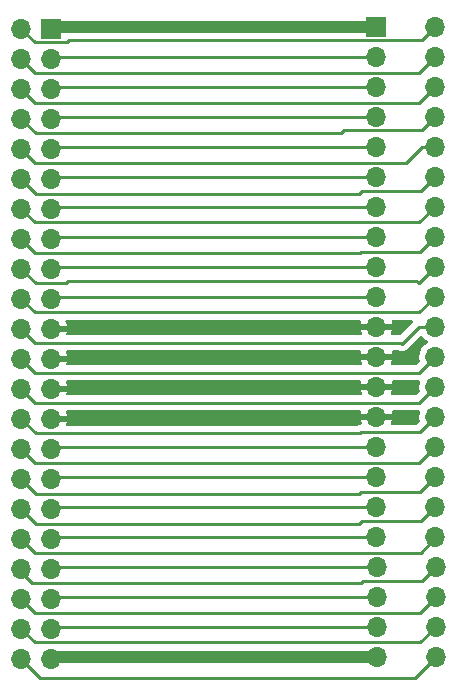
<source format=gbr>
%TF.GenerationSoftware,KiCad,Pcbnew,(6.0.6)*%
%TF.CreationDate,2022-10-16T15:28:40-05:00*%
%TF.ProjectId,IO_Riser,494f5f52-6973-4657-922e-6b696361645f,rev?*%
%TF.SameCoordinates,Original*%
%TF.FileFunction,Copper,L1,Top*%
%TF.FilePolarity,Positive*%
%FSLAX46Y46*%
G04 Gerber Fmt 4.6, Leading zero omitted, Abs format (unit mm)*
G04 Created by KiCad (PCBNEW (6.0.6)) date 2022-10-16 15:28:40*
%MOMM*%
%LPD*%
G01*
G04 APERTURE LIST*
%TA.AperFunction,ComponentPad*%
%ADD10O,1.700000X1.700000*%
%TD*%
%TA.AperFunction,ComponentPad*%
%ADD11R,1.700000X1.700000*%
%TD*%
%TA.AperFunction,Conductor*%
%ADD12C,0.250000*%
%TD*%
%TA.AperFunction,Conductor*%
%ADD13C,1.000000*%
%TD*%
G04 APERTURE END LIST*
D10*
%TO.P,J2,44,Pin_44*%
%TO.N,IO_SNDIN*%
X156905000Y-111795000D03*
%TO.P,J2,43,Pin_43*%
%TO.N,-5V*%
X151905000Y-111795000D03*
%TO.P,J2,42,Pin_42*%
%TO.N,D3*%
X156905000Y-109255000D03*
%TO.P,J2,41,Pin_41*%
%TO.N,HOLD{slash}IAQ*%
X151905000Y-109255000D03*
%TO.P,J2,40,Pin_40*%
%TO.N,D1*%
X156905000Y-106715000D03*
%TO.P,J2,39,Pin_39*%
%TO.N,D2*%
X151905000Y-106715000D03*
%TO.P,J2,38,Pin_38*%
%TO.N,D5*%
X156905000Y-104175000D03*
%TO.P,J2,37,Pin_37*%
%TO.N,D0*%
X151905000Y-104175000D03*
%TO.P,J2,36,Pin_36*%
%TO.N,D6*%
X156825000Y-101635000D03*
%TO.P,J2,35,Pin_35*%
%TO.N,D4*%
X151825000Y-101635000D03*
%TO.P,J2,34,Pin_34*%
%TO.N,D7*%
X156825000Y-99095000D03*
%TO.P,J2,33,Pin_33*%
%TO.N,IO_CRUIN*%
X151825000Y-99095000D03*
%TO.P,J2,32,Pin_32*%
%TO.N,~{MEMEN}*%
X156825000Y-96555000D03*
%TO.P,J2,31,Pin_31*%
%TO.N,IO_A0*%
X151825000Y-96555000D03*
%TO.P,J2,30,Pin_30*%
%TO.N,IO_A1*%
X156825000Y-94015000D03*
%TO.P,J2,29,Pin_29*%
%TO.N,IO_A6*%
X151825000Y-94015000D03*
%TO.P,J2,28,Pin_28*%
%TO.N,~{IO_MBE}*%
X156825000Y-91475000D03*
%TO.P,J2,27,Pin_27*%
%TO.N,GND*%
X151825000Y-91475000D03*
%TO.P,J2,26,Pin_26*%
%TO.N,~{IO_WE}*%
X156825000Y-88935000D03*
%TO.P,J2,25,Pin_25*%
%TO.N,GND*%
X151825000Y-88935000D03*
%TO.P,J2,24,Pin_24*%
%TO.N,IO_\u00D83*%
X156825000Y-86395000D03*
%TO.P,J2,23,Pin_23*%
%TO.N,GND*%
X151825000Y-86395000D03*
%TO.P,J2,22,Pin_22*%
%TO.N,~{IO_CRUCLK}*%
X156825000Y-83855000D03*
%TO.P,J2,21,Pin_21*%
%TO.N,GND*%
X151825000Y-83855000D03*
%TO.P,J2,20,Pin_20*%
%TO.N,IO_A2*%
X156825000Y-81315000D03*
%TO.P,J2,19,Pin_19*%
%TO.N,IO_A15-CRUOUT*%
X151825000Y-81315000D03*
%TO.P,J2,18,Pin_18*%
%TO.N,IO_A9*%
X156825000Y-78775000D03*
%TO.P,J2,17,Pin_17*%
%TO.N,IO_A7*%
X151825000Y-78775000D03*
%TO.P,J2,16,Pin_16*%
%TO.N,IO_A14*%
X156825000Y-76235000D03*
%TO.P,J2,15,Pin_15*%
%TO.N,IO_A13*%
X151825000Y-76235000D03*
%TO.P,J2,14,Pin_14*%
%TO.N,IO_A8*%
X156825000Y-73695000D03*
%TO.P,J2,13,Pin_13*%
%TO.N,~{IO_LOAD}*%
X151825000Y-73695000D03*
%TO.P,J2,12,Pin_12*%
%TO.N,READY_~{HOLD}*%
X156825000Y-71155000D03*
%TO.P,J2,11,Pin_11*%
%TO.N,IO_A12*%
X151825000Y-71155000D03*
%TO.P,J2,10,Pin_10*%
%TO.N,IO_A3*%
X156825000Y-68615000D03*
%TO.P,J2,9,Pin_9*%
%TO.N,IO_DBIN*%
X151825000Y-68615000D03*
%TO.P,J2,8,Pin_8*%
%TO.N,IO_A11*%
X156825000Y-66075000D03*
%TO.P,J2,7,Pin_7*%
%TO.N,IO_A4*%
X151825000Y-66075000D03*
%TO.P,J2,6,Pin_6*%
%TO.N,IO_A10*%
X156825000Y-63535000D03*
%TO.P,J2,5,Pin_5*%
%TO.N,IO_A5*%
X151825000Y-63535000D03*
%TO.P,J2,4,Pin_4*%
%TO.N,~{IO_EXT_INT}*%
X156825000Y-60995000D03*
%TO.P,J2,3,Pin_3*%
%TO.N,~{IO_RESET}*%
X151825000Y-60995000D03*
%TO.P,J2,2,Pin_2*%
%TO.N,SBE*%
X156825000Y-58455000D03*
D11*
%TO.P,J2,1,Pin_1*%
%TO.N,+5V*%
X151825000Y-58455000D03*
%TD*%
%TO.P,J1,1,Pin_1*%
%TO.N,+5V*%
X124275000Y-58625000D03*
D10*
%TO.P,J1,2,Pin_2*%
%TO.N,SBE*%
X121735000Y-58625000D03*
%TO.P,J1,3,Pin_3*%
%TO.N,~{IO_RESET}*%
X124275000Y-61165000D03*
%TO.P,J1,4,Pin_4*%
%TO.N,~{IO_EXT_INT}*%
X121735000Y-61165000D03*
%TO.P,J1,5,Pin_5*%
%TO.N,IO_A5*%
X124275000Y-63705000D03*
%TO.P,J1,6,Pin_6*%
%TO.N,IO_A10*%
X121735000Y-63705000D03*
%TO.P,J1,7,Pin_7*%
%TO.N,IO_A4*%
X124275000Y-66245000D03*
%TO.P,J1,8,Pin_8*%
%TO.N,IO_A11*%
X121735000Y-66245000D03*
%TO.P,J1,9,Pin_9*%
%TO.N,IO_DBIN*%
X124275000Y-68785000D03*
%TO.P,J1,10,Pin_10*%
%TO.N,IO_A3*%
X121735000Y-68785000D03*
%TO.P,J1,11,Pin_11*%
%TO.N,IO_A12*%
X124275000Y-71325000D03*
%TO.P,J1,12,Pin_12*%
%TO.N,READY_~{HOLD}*%
X121735000Y-71325000D03*
%TO.P,J1,13,Pin_13*%
%TO.N,~{IO_LOAD}*%
X124275000Y-73865000D03*
%TO.P,J1,14,Pin_14*%
%TO.N,IO_A8*%
X121735000Y-73865000D03*
%TO.P,J1,15,Pin_15*%
%TO.N,IO_A13*%
X124275000Y-76405000D03*
%TO.P,J1,16,Pin_16*%
%TO.N,IO_A14*%
X121735000Y-76405000D03*
%TO.P,J1,17,Pin_17*%
%TO.N,IO_A7*%
X124275000Y-78945000D03*
%TO.P,J1,18,Pin_18*%
%TO.N,IO_A9*%
X121735000Y-78945000D03*
%TO.P,J1,19,Pin_19*%
%TO.N,IO_A15-CRUOUT*%
X124275000Y-81485000D03*
%TO.P,J1,20,Pin_20*%
%TO.N,IO_A2*%
X121735000Y-81485000D03*
%TO.P,J1,21,Pin_21*%
%TO.N,GND*%
X124275000Y-84025000D03*
%TO.P,J1,22,Pin_22*%
%TO.N,~{IO_CRUCLK}*%
X121735000Y-84025000D03*
%TO.P,J1,23,Pin_23*%
%TO.N,GND*%
X124275000Y-86565000D03*
%TO.P,J1,24,Pin_24*%
%TO.N,IO_\u00D83*%
X121735000Y-86565000D03*
%TO.P,J1,25,Pin_25*%
%TO.N,GND*%
X124275000Y-89105000D03*
%TO.P,J1,26,Pin_26*%
%TO.N,~{IO_WE}*%
X121735000Y-89105000D03*
%TO.P,J1,27,Pin_27*%
%TO.N,GND*%
X124275000Y-91645000D03*
%TO.P,J1,28,Pin_28*%
%TO.N,~{IO_MBE}*%
X121735000Y-91645000D03*
%TO.P,J1,29,Pin_29*%
%TO.N,IO_A6*%
X124275000Y-94185000D03*
%TO.P,J1,30,Pin_30*%
%TO.N,IO_A1*%
X121735000Y-94185000D03*
%TO.P,J1,31,Pin_31*%
%TO.N,IO_A0*%
X124275000Y-96725000D03*
%TO.P,J1,32,Pin_32*%
%TO.N,~{MEMEN}*%
X121735000Y-96725000D03*
%TO.P,J1,33,Pin_33*%
%TO.N,IO_CRUIN*%
X124275000Y-99265000D03*
%TO.P,J1,34,Pin_34*%
%TO.N,D7*%
X121735000Y-99265000D03*
%TO.P,J1,35,Pin_35*%
%TO.N,D4*%
X124275000Y-101805000D03*
%TO.P,J1,36,Pin_36*%
%TO.N,D6*%
X121735000Y-101805000D03*
%TO.P,J1,37,Pin_37*%
%TO.N,D0*%
X124275000Y-104345000D03*
%TO.P,J1,38,Pin_38*%
%TO.N,D5*%
X121735000Y-104345000D03*
%TO.P,J1,39,Pin_39*%
%TO.N,D2*%
X124275000Y-106885000D03*
%TO.P,J1,40,Pin_40*%
%TO.N,D1*%
X121735000Y-106885000D03*
%TO.P,J1,41,Pin_41*%
%TO.N,HOLD{slash}IAQ*%
X124275000Y-109425000D03*
%TO.P,J1,42,Pin_42*%
%TO.N,D3*%
X121735000Y-109425000D03*
%TO.P,J1,43,Pin_43*%
%TO.N,-5V*%
X124275000Y-111965000D03*
%TO.P,J1,44,Pin_44*%
%TO.N,IO_SNDIN*%
X121735000Y-111965000D03*
%TD*%
D12*
%TO.N,IO_SNDIN*%
X123371443Y-113601443D02*
X121735000Y-111965000D01*
X155098557Y-113601443D02*
X123371443Y-113601443D01*
X156905000Y-111795000D02*
X155098557Y-113601443D01*
%TO.N,D3*%
X155560000Y-110600000D02*
X156905000Y-109255000D01*
X122910000Y-110600000D02*
X155560000Y-110600000D01*
X121735000Y-109425000D02*
X122910000Y-110600000D01*
%TO.N,D1*%
X122930000Y-108080000D02*
X121735000Y-106885000D01*
X156905000Y-106715000D02*
X155540000Y-108080000D01*
X155540000Y-108080000D02*
X122930000Y-108080000D01*
%TO.N,D5*%
X150688556Y-105400000D02*
X155680000Y-105400000D01*
X150488556Y-105600000D02*
X150688556Y-105400000D01*
X155680000Y-105400000D02*
X156905000Y-104175000D01*
X122700000Y-105600000D02*
X150488556Y-105600000D01*
X121735000Y-104635000D02*
X122700000Y-105600000D01*
X121735000Y-104345000D02*
X121735000Y-104635000D01*
%TO.N,D6*%
X122930000Y-103000000D02*
X121735000Y-101805000D01*
X156825000Y-101775000D02*
X155600000Y-103000000D01*
X155600000Y-103000000D02*
X122930000Y-103000000D01*
X156825000Y-101635000D02*
X156825000Y-101775000D01*
%TO.N,D7*%
X155620000Y-100300000D02*
X156825000Y-99095000D01*
X150628556Y-100300000D02*
X155620000Y-100300000D01*
X150389278Y-100539278D02*
X150628556Y-100300000D01*
X121735000Y-99265000D02*
X123009278Y-100539278D01*
X123009278Y-100539278D02*
X150389278Y-100539278D01*
%TO.N,~{MEMEN}*%
X155500001Y-97879999D02*
X156825000Y-96555000D01*
X150389278Y-97999278D02*
X150508557Y-97879999D01*
X123009278Y-97999278D02*
X150389278Y-97999278D01*
X150508557Y-97879999D02*
X155500001Y-97879999D01*
X121735000Y-96725000D02*
X123009278Y-97999278D01*
%TO.N,IO_A1*%
X122930000Y-95380000D02*
X121735000Y-94185000D01*
X155460000Y-95380000D02*
X122930000Y-95380000D01*
X156825000Y-94015000D02*
X155460000Y-95380000D01*
%TO.N,~{IO_MBE}*%
X150508556Y-92800000D02*
X155500000Y-92800000D01*
X155500000Y-92800000D02*
X156825000Y-91475000D01*
X150408556Y-92900000D02*
X150508556Y-92800000D01*
X122990000Y-92900000D02*
X150408556Y-92900000D01*
X121735000Y-91645000D02*
X122990000Y-92900000D01*
%TO.N,~{IO_WE}*%
X122930000Y-90300000D02*
X121735000Y-89105000D01*
X155460000Y-90300000D02*
X122930000Y-90300000D01*
X156825000Y-88935000D02*
X155460000Y-90300000D01*
%TO.N,IO_\u00D83*%
X122930000Y-87760000D02*
X155460000Y-87760000D01*
X121735000Y-86565000D02*
X122930000Y-87760000D01*
X155460000Y-87760000D02*
X156825000Y-86395000D01*
%TO.N,~{IO_CRUCLK}*%
X122930000Y-85220000D02*
X121735000Y-84025000D01*
X153920000Y-85220000D02*
X122930000Y-85220000D01*
X154000000Y-85300000D02*
X153920000Y-85220000D01*
X155445000Y-83855000D02*
X154000000Y-85300000D01*
X156825000Y-83855000D02*
X155445000Y-83855000D01*
%TO.N,IO_A9*%
X125551444Y-80200000D02*
X122990000Y-80200000D01*
X122990000Y-80200000D02*
X121735000Y-78945000D01*
X155204278Y-80004278D02*
X125747166Y-80004278D01*
X125747166Y-80004278D02*
X125551444Y-80200000D01*
X155400000Y-80200000D02*
X155204278Y-80004278D01*
X156825000Y-78775000D02*
X155400000Y-80200000D01*
%TO.N,IO_A2*%
X122910000Y-82660000D02*
X155480000Y-82660000D01*
X155480000Y-82660000D02*
X156825000Y-81315000D01*
X121735000Y-81485000D02*
X122910000Y-82660000D01*
%TO.N,IO_A14*%
X122930000Y-77600000D02*
X121735000Y-76405000D01*
X150468556Y-77600000D02*
X122930000Y-77600000D01*
X150568556Y-77500000D02*
X150468556Y-77600000D01*
X155560000Y-77500000D02*
X150568556Y-77500000D01*
X156825000Y-76235000D02*
X155560000Y-77500000D01*
%TO.N,IO_A8*%
X122910000Y-75040000D02*
X121735000Y-73865000D01*
X156825000Y-73695000D02*
X155480000Y-75040000D01*
X155480000Y-75040000D02*
X122910000Y-75040000D01*
%TO.N,READY_~{HOLD}*%
X155600001Y-72379999D02*
X156825000Y-71155000D01*
X150389278Y-72599278D02*
X150608557Y-72379999D01*
X150608557Y-72379999D02*
X155600001Y-72379999D01*
X123009278Y-72599278D02*
X150389278Y-72599278D01*
X121735000Y-71325000D02*
X123009278Y-72599278D01*
%TO.N,IO_A3*%
X122930000Y-69980000D02*
X121735000Y-68785000D01*
X154320000Y-69980000D02*
X122930000Y-69980000D01*
X155685000Y-68615000D02*
X154320000Y-69980000D01*
X156825000Y-68615000D02*
X155685000Y-68615000D01*
%TO.N,IO_A11*%
X148799278Y-67500722D02*
X122990722Y-67500722D01*
X149050000Y-67250000D02*
X148799278Y-67500722D01*
X155650000Y-67250000D02*
X149050000Y-67250000D01*
X156825000Y-66075000D02*
X155650000Y-67250000D01*
X122990722Y-67500722D02*
X121735000Y-66245000D01*
%TO.N,IO_A10*%
X122930000Y-64900000D02*
X121735000Y-63705000D01*
X155460000Y-64900000D02*
X122930000Y-64900000D01*
X156825000Y-63535000D02*
X155460000Y-64900000D01*
%TO.N,~{IO_EXT_INT}*%
X122930000Y-62360000D02*
X121735000Y-61165000D01*
X155460000Y-62360000D02*
X122930000Y-62360000D01*
X156825000Y-60995000D02*
X155460000Y-62360000D01*
%TO.N,SBE*%
X122910000Y-59800000D02*
X121735000Y-58625000D01*
X125801444Y-59630000D02*
X125631444Y-59800000D01*
X155650000Y-59630000D02*
X125801444Y-59630000D01*
X125631444Y-59800000D02*
X122910000Y-59800000D01*
X156825000Y-58455000D02*
X155650000Y-59630000D01*
%TO.N,~{IO_LOAD}*%
X124445000Y-73695000D02*
X124275000Y-73865000D01*
X151825000Y-73695000D02*
X124445000Y-73695000D01*
%TO.N,IO_A12*%
X124445000Y-71155000D02*
X124275000Y-71325000D01*
X151825000Y-71155000D02*
X124445000Y-71155000D01*
%TO.N,IO_DBIN*%
X124445000Y-68615000D02*
X124275000Y-68785000D01*
X151825000Y-68615000D02*
X124445000Y-68615000D01*
%TO.N,IO_A4*%
X151825000Y-66075000D02*
X124445000Y-66075000D01*
X124445000Y-66075000D02*
X124275000Y-66245000D01*
%TO.N,IO_A5*%
X124445000Y-63535000D02*
X124275000Y-63705000D01*
X151825000Y-63535000D02*
X124445000Y-63535000D01*
%TO.N,~{IO_RESET}*%
X124445000Y-60995000D02*
X124275000Y-61165000D01*
X151825000Y-60995000D02*
X124445000Y-60995000D01*
%TO.N,IO_A13*%
X151825000Y-76235000D02*
X124445000Y-76235000D01*
X124445000Y-76235000D02*
X124275000Y-76405000D01*
%TO.N,IO_A7*%
X124445000Y-78775000D02*
X124275000Y-78945000D01*
X151825000Y-78775000D02*
X124445000Y-78775000D01*
%TO.N,IO_A15-CRUOUT*%
X151825000Y-81315000D02*
X124445000Y-81315000D01*
X124445000Y-81315000D02*
X124275000Y-81485000D01*
%TO.N,IO_A6*%
X124445000Y-94015000D02*
X124275000Y-94185000D01*
X151825000Y-94015000D02*
X124445000Y-94015000D01*
%TO.N,IO_A0*%
X124445000Y-96555000D02*
X124275000Y-96725000D01*
X151825000Y-96555000D02*
X124445000Y-96555000D01*
%TO.N,IO_CRUIN*%
X124445000Y-99095000D02*
X124275000Y-99265000D01*
X151825000Y-99095000D02*
X124445000Y-99095000D01*
%TO.N,D4*%
X124445000Y-101635000D02*
X124275000Y-101805000D01*
X151825000Y-101635000D02*
X124445000Y-101635000D01*
%TO.N,D0*%
X124445000Y-104175000D02*
X124275000Y-104345000D01*
X151905000Y-104175000D02*
X124445000Y-104175000D01*
%TO.N,D2*%
X151905000Y-106715000D02*
X124445000Y-106715000D01*
X124445000Y-106715000D02*
X124275000Y-106885000D01*
%TO.N,HOLD{slash}IAQ*%
X124445000Y-109255000D02*
X124275000Y-109425000D01*
X151905000Y-109255000D02*
X124445000Y-109255000D01*
D13*
%TO.N,-5V*%
X124445000Y-111795000D02*
X124275000Y-111965000D01*
X151905000Y-111795000D02*
X124445000Y-111795000D01*
%TO.N,+5V*%
X124445000Y-58455000D02*
X124275000Y-58625000D01*
X151825000Y-58455000D02*
X124445000Y-58455000D01*
%TD*%
%TA.AperFunction,Conductor*%
%TO.N,GND*%
G36*
X124471121Y-90953502D02*
G01*
X124517614Y-91007158D01*
X124529000Y-91059500D01*
X124529000Y-91372885D01*
X124533475Y-91388124D01*
X124534865Y-91389329D01*
X124542548Y-91391000D01*
X125593344Y-91391000D01*
X125606875Y-91387027D01*
X125608180Y-91377947D01*
X125566214Y-91210875D01*
X125562894Y-91201124D01*
X125523161Y-91109742D01*
X125514342Y-91039295D01*
X125545008Y-90975263D01*
X125605425Y-90937976D01*
X125638711Y-90933500D01*
X150400145Y-90933500D01*
X150468266Y-90953502D01*
X150514759Y-91007158D01*
X150524863Y-91077432D01*
X150521562Y-91093173D01*
X150489389Y-91209184D01*
X150490912Y-91217607D01*
X150503292Y-91221000D01*
X151552885Y-91221000D01*
X151568124Y-91216525D01*
X151569329Y-91215135D01*
X151571000Y-91207452D01*
X151571000Y-91059500D01*
X151591002Y-90991379D01*
X151644658Y-90944886D01*
X151697000Y-90933500D01*
X151953000Y-90933500D01*
X152021121Y-90953502D01*
X152067614Y-91007158D01*
X152079000Y-91059500D01*
X152079000Y-91202885D01*
X152083475Y-91218124D01*
X152084865Y-91219329D01*
X152092548Y-91221000D01*
X153143344Y-91221000D01*
X153156875Y-91217027D01*
X153158180Y-91207947D01*
X153128603Y-91090196D01*
X153131407Y-91019255D01*
X153172120Y-90961091D01*
X153237815Y-90934172D01*
X153250807Y-90933500D01*
X155381233Y-90933500D01*
X155392417Y-90934027D01*
X155399909Y-90935702D01*
X155407836Y-90935453D01*
X155411012Y-90935753D01*
X155476948Y-90962076D01*
X155518186Y-91019869D01*
X155520573Y-91094866D01*
X155485989Y-91219570D01*
X155462251Y-91441695D01*
X155462548Y-91446848D01*
X155462548Y-91446851D01*
X155468011Y-91541590D01*
X155475110Y-91664715D01*
X155476247Y-91669761D01*
X155476248Y-91669767D01*
X155508453Y-91812668D01*
X155503917Y-91883520D01*
X155474631Y-91929464D01*
X155274500Y-92129595D01*
X155212188Y-92163621D01*
X155185405Y-92166500D01*
X153200944Y-92166500D01*
X153132823Y-92146498D01*
X153086330Y-92092842D01*
X153076226Y-92022568D01*
X153087986Y-91984674D01*
X153089672Y-91981263D01*
X153093469Y-91971672D01*
X153155377Y-91767910D01*
X153157555Y-91757837D01*
X153158986Y-91746962D01*
X153156775Y-91732778D01*
X153143617Y-91729000D01*
X150508225Y-91729000D01*
X150494694Y-91732973D01*
X150493257Y-91742966D01*
X150523565Y-91877446D01*
X150526644Y-91887275D01*
X150570008Y-91994067D01*
X150577104Y-92064708D01*
X150544882Y-92127971D01*
X150483572Y-92163772D01*
X150468653Y-92166074D01*
X150468707Y-92166499D01*
X150466739Y-92166748D01*
X150464694Y-92167006D01*
X150452852Y-92167939D01*
X150408666Y-92169327D01*
X150391300Y-92174372D01*
X150389214Y-92174978D01*
X150369862Y-92178986D01*
X150362791Y-92179880D01*
X150349759Y-92181526D01*
X150342390Y-92184443D01*
X150342388Y-92184444D01*
X150308653Y-92197800D01*
X150297425Y-92201645D01*
X150254963Y-92213982D01*
X150248141Y-92218016D01*
X150248135Y-92218019D01*
X150237524Y-92224294D01*
X150219774Y-92232990D01*
X150208312Y-92237528D01*
X150208307Y-92237531D01*
X150200939Y-92240448D01*
X150194527Y-92245107D01*
X150187578Y-92248927D01*
X150186336Y-92246669D01*
X150131340Y-92266294D01*
X150124141Y-92266500D01*
X125675512Y-92266500D01*
X125607391Y-92246498D01*
X125560898Y-92192842D01*
X125550794Y-92122568D01*
X125554954Y-92103871D01*
X125605377Y-91937910D01*
X125607555Y-91927837D01*
X125608986Y-91916962D01*
X125606775Y-91902778D01*
X125593617Y-91899000D01*
X124147000Y-91899000D01*
X124078879Y-91878998D01*
X124032386Y-91825342D01*
X124021000Y-91773000D01*
X124021000Y-91059500D01*
X124041002Y-90991379D01*
X124094658Y-90944886D01*
X124147000Y-90933500D01*
X124403000Y-90933500D01*
X124471121Y-90953502D01*
G37*
%TD.AperFunction*%
%TA.AperFunction,Conductor*%
G36*
X124471121Y-88413502D02*
G01*
X124517614Y-88467158D01*
X124529000Y-88519500D01*
X124529000Y-88832885D01*
X124533475Y-88848124D01*
X124534865Y-88849329D01*
X124542548Y-88851000D01*
X125593344Y-88851000D01*
X125606875Y-88847027D01*
X125608180Y-88837947D01*
X125566214Y-88670875D01*
X125562894Y-88661124D01*
X125523161Y-88569742D01*
X125514342Y-88499295D01*
X125545008Y-88435263D01*
X125605425Y-88397976D01*
X125638711Y-88393500D01*
X150400145Y-88393500D01*
X150468266Y-88413502D01*
X150514759Y-88467158D01*
X150524863Y-88537432D01*
X150521562Y-88553173D01*
X150489389Y-88669184D01*
X150490912Y-88677607D01*
X150503292Y-88681000D01*
X151552885Y-88681000D01*
X151568124Y-88676525D01*
X151569329Y-88675135D01*
X151571000Y-88667452D01*
X151571000Y-88519500D01*
X151591002Y-88451379D01*
X151644658Y-88404886D01*
X151697000Y-88393500D01*
X151953000Y-88393500D01*
X152021121Y-88413502D01*
X152067614Y-88467158D01*
X152079000Y-88519500D01*
X152079000Y-88662885D01*
X152083475Y-88678124D01*
X152084865Y-88679329D01*
X152092548Y-88681000D01*
X153143344Y-88681000D01*
X153156875Y-88677027D01*
X153158180Y-88667947D01*
X153128603Y-88550196D01*
X153131407Y-88479255D01*
X153172120Y-88421091D01*
X153237815Y-88394172D01*
X153250807Y-88393500D01*
X155381233Y-88393500D01*
X155392417Y-88394027D01*
X155399909Y-88395702D01*
X155407836Y-88395453D01*
X155411012Y-88395753D01*
X155476948Y-88422076D01*
X155518186Y-88479869D01*
X155520573Y-88554866D01*
X155485989Y-88679570D01*
X155462251Y-88901695D01*
X155462548Y-88906848D01*
X155462548Y-88906851D01*
X155468011Y-89001590D01*
X155475110Y-89124715D01*
X155476247Y-89129761D01*
X155476248Y-89129767D01*
X155508453Y-89272668D01*
X155503917Y-89343520D01*
X155474631Y-89389464D01*
X155234500Y-89629595D01*
X155172188Y-89663621D01*
X155145405Y-89666500D01*
X153181175Y-89666500D01*
X153113054Y-89646498D01*
X153066561Y-89592842D01*
X153056457Y-89522568D01*
X153068217Y-89484674D01*
X153089672Y-89441263D01*
X153093469Y-89431672D01*
X153155377Y-89227910D01*
X153157555Y-89217837D01*
X153158986Y-89206962D01*
X153156775Y-89192778D01*
X153143617Y-89189000D01*
X152097115Y-89189000D01*
X152081876Y-89193475D01*
X152080671Y-89194865D01*
X152079000Y-89202548D01*
X152079000Y-89540500D01*
X152058998Y-89608621D01*
X152005342Y-89655114D01*
X151953000Y-89666500D01*
X151697000Y-89666500D01*
X151628879Y-89646498D01*
X151582386Y-89592842D01*
X151571000Y-89540500D01*
X151571000Y-89207115D01*
X151566525Y-89191876D01*
X151565135Y-89190671D01*
X151557452Y-89189000D01*
X150508225Y-89189000D01*
X150494694Y-89192973D01*
X150493257Y-89202966D01*
X150523565Y-89337446D01*
X150526644Y-89347275D01*
X150585856Y-89493096D01*
X150592952Y-89563737D01*
X150560730Y-89627000D01*
X150499420Y-89662801D01*
X150469113Y-89666500D01*
X125693741Y-89666500D01*
X125625620Y-89646498D01*
X125579127Y-89592842D01*
X125569023Y-89522568D01*
X125573183Y-89503871D01*
X125605377Y-89397910D01*
X125607555Y-89387837D01*
X125608986Y-89376962D01*
X125606775Y-89362778D01*
X125593617Y-89359000D01*
X124547115Y-89359000D01*
X124531876Y-89363475D01*
X124530671Y-89364865D01*
X124529000Y-89372548D01*
X124529000Y-89540500D01*
X124508998Y-89608621D01*
X124455342Y-89655114D01*
X124403000Y-89666500D01*
X124147000Y-89666500D01*
X124078879Y-89646498D01*
X124032386Y-89592842D01*
X124021000Y-89540500D01*
X124021000Y-88519500D01*
X124041002Y-88451379D01*
X124094658Y-88404886D01*
X124147000Y-88393500D01*
X124403000Y-88393500D01*
X124471121Y-88413502D01*
G37*
%TD.AperFunction*%
%TA.AperFunction,Conductor*%
G36*
X155674598Y-84625472D02*
G01*
X155725803Y-84661030D01*
X155871250Y-84828938D01*
X156043126Y-84971632D01*
X156083169Y-84995031D01*
X156116445Y-85014476D01*
X156165169Y-85066114D01*
X156178240Y-85135897D01*
X156151509Y-85201669D01*
X156111055Y-85235027D01*
X156098607Y-85241507D01*
X156094474Y-85244610D01*
X156094471Y-85244612D01*
X156012847Y-85305897D01*
X155919965Y-85375635D01*
X155765629Y-85537138D01*
X155639743Y-85721680D01*
X155603884Y-85798933D01*
X155550852Y-85913181D01*
X155545688Y-85924305D01*
X155485989Y-86139570D01*
X155462251Y-86361695D01*
X155462548Y-86366848D01*
X155462548Y-86366851D01*
X155468011Y-86461590D01*
X155475110Y-86584715D01*
X155476247Y-86589761D01*
X155476248Y-86589767D01*
X155508453Y-86732668D01*
X155503917Y-86803520D01*
X155474631Y-86849464D01*
X155234500Y-87089595D01*
X155172188Y-87123621D01*
X155145405Y-87126500D01*
X153181175Y-87126500D01*
X153113054Y-87106498D01*
X153066561Y-87052842D01*
X153056457Y-86982568D01*
X153068217Y-86944674D01*
X153089672Y-86901263D01*
X153093469Y-86891672D01*
X153155377Y-86687910D01*
X153157555Y-86677837D01*
X153158986Y-86666962D01*
X153156775Y-86652778D01*
X153143617Y-86649000D01*
X152097115Y-86649000D01*
X152081876Y-86653475D01*
X152080671Y-86654865D01*
X152079000Y-86662548D01*
X152079000Y-87000500D01*
X152058998Y-87068621D01*
X152005342Y-87115114D01*
X151953000Y-87126500D01*
X151697000Y-87126500D01*
X151628879Y-87106498D01*
X151582386Y-87052842D01*
X151571000Y-87000500D01*
X151571000Y-86667115D01*
X151566525Y-86651876D01*
X151565135Y-86650671D01*
X151557452Y-86649000D01*
X150508225Y-86649000D01*
X150494694Y-86652973D01*
X150493257Y-86662966D01*
X150523565Y-86797446D01*
X150526644Y-86807275D01*
X150585856Y-86953096D01*
X150592952Y-87023737D01*
X150560730Y-87087000D01*
X150499420Y-87122801D01*
X150469113Y-87126500D01*
X125693741Y-87126500D01*
X125625620Y-87106498D01*
X125579127Y-87052842D01*
X125569023Y-86982568D01*
X125573183Y-86963871D01*
X125605377Y-86857910D01*
X125607555Y-86847837D01*
X125608986Y-86836962D01*
X125606775Y-86822778D01*
X125593617Y-86819000D01*
X124547115Y-86819000D01*
X124531876Y-86823475D01*
X124530671Y-86824865D01*
X124529000Y-86832548D01*
X124529000Y-87000500D01*
X124508998Y-87068621D01*
X124455342Y-87115114D01*
X124403000Y-87126500D01*
X124147000Y-87126500D01*
X124078879Y-87106498D01*
X124032386Y-87052842D01*
X124021000Y-87000500D01*
X124021000Y-85979500D01*
X124041002Y-85911379D01*
X124094658Y-85864886D01*
X124147000Y-85853500D01*
X124403000Y-85853500D01*
X124471121Y-85873502D01*
X124517614Y-85927158D01*
X124529000Y-85979500D01*
X124529000Y-86292885D01*
X124533475Y-86308124D01*
X124534865Y-86309329D01*
X124542548Y-86311000D01*
X125593344Y-86311000D01*
X125606875Y-86307027D01*
X125608180Y-86297947D01*
X125566214Y-86130875D01*
X125562894Y-86121124D01*
X125523161Y-86029742D01*
X125514342Y-85959295D01*
X125545008Y-85895263D01*
X125605425Y-85857976D01*
X125638711Y-85853500D01*
X150400145Y-85853500D01*
X150468266Y-85873502D01*
X150514759Y-85927158D01*
X150524863Y-85997432D01*
X150521562Y-86013173D01*
X150489389Y-86129184D01*
X150490912Y-86137607D01*
X150503292Y-86141000D01*
X151552885Y-86141000D01*
X151568124Y-86136525D01*
X151569329Y-86135135D01*
X151571000Y-86127452D01*
X151571000Y-85979500D01*
X151591002Y-85911379D01*
X151644658Y-85864886D01*
X151697000Y-85853500D01*
X151953000Y-85853500D01*
X152021121Y-85873502D01*
X152067614Y-85927158D01*
X152079000Y-85979500D01*
X152079000Y-86122885D01*
X152083475Y-86138124D01*
X152084865Y-86139329D01*
X152092548Y-86141000D01*
X153143344Y-86141000D01*
X153156875Y-86137027D01*
X153158180Y-86127947D01*
X153128603Y-86010196D01*
X153131407Y-85939255D01*
X153172120Y-85881091D01*
X153237815Y-85854172D01*
X153250807Y-85853500D01*
X153657845Y-85853500D01*
X153707883Y-85863862D01*
X153718180Y-85868318D01*
X153726512Y-85871923D01*
X153733642Y-85875278D01*
X153783704Y-85900785D01*
X153791749Y-85902583D01*
X153814294Y-85909909D01*
X153821855Y-85913181D01*
X153862445Y-85919610D01*
X153877326Y-85921967D01*
X153885101Y-85923451D01*
X153901686Y-85927158D01*
X153939909Y-85935702D01*
X153947832Y-85935453D01*
X153947833Y-85935453D01*
X153947894Y-85935451D01*
X153948144Y-85935443D01*
X153971815Y-85936933D01*
X153972111Y-85936980D01*
X153972114Y-85936980D01*
X153979943Y-85938220D01*
X153987835Y-85937474D01*
X153987836Y-85937474D01*
X154035858Y-85932935D01*
X154043755Y-85932438D01*
X154076972Y-85931393D01*
X154099889Y-85930673D01*
X154107798Y-85928375D01*
X154131094Y-85923932D01*
X154131404Y-85923903D01*
X154131407Y-85923902D01*
X154139292Y-85923157D01*
X154192144Y-85904129D01*
X154199673Y-85901683D01*
X154245981Y-85888230D01*
X154245985Y-85888228D01*
X154253593Y-85886018D01*
X154260416Y-85881983D01*
X154260420Y-85881981D01*
X154260688Y-85881823D01*
X154282132Y-85871733D01*
X154282423Y-85871628D01*
X154282431Y-85871624D01*
X154289889Y-85868939D01*
X154336365Y-85837354D01*
X154342996Y-85833145D01*
X154391362Y-85804542D01*
X154397182Y-85798722D01*
X154415453Y-85783606D01*
X154415710Y-85783431D01*
X154422271Y-85778972D01*
X154459418Y-85736837D01*
X154464837Y-85731067D01*
X155541471Y-84654433D01*
X155603783Y-84620407D01*
X155674598Y-84625472D01*
G37*
%TD.AperFunction*%
%TA.AperFunction,Conductor*%
G36*
X150473812Y-83313502D02*
G01*
X150520305Y-83367158D01*
X150530409Y-83437432D01*
X150527108Y-83453172D01*
X150489389Y-83589183D01*
X150490912Y-83597607D01*
X150503292Y-83601000D01*
X153143344Y-83601000D01*
X153156875Y-83597027D01*
X153158180Y-83587947D01*
X153123579Y-83450196D01*
X153126383Y-83379255D01*
X153167096Y-83321091D01*
X153232791Y-83294172D01*
X153245783Y-83293500D01*
X154806406Y-83293500D01*
X154874527Y-83313502D01*
X154921020Y-83367158D01*
X154931124Y-83437432D01*
X154901630Y-83502012D01*
X154895502Y-83508594D01*
X154312505Y-84091590D01*
X153854500Y-84549595D01*
X153792188Y-84583621D01*
X153765405Y-84586500D01*
X153181175Y-84586500D01*
X153113054Y-84566498D01*
X153066561Y-84512842D01*
X153056457Y-84442568D01*
X153068217Y-84404674D01*
X153089672Y-84361263D01*
X153093469Y-84351672D01*
X153155377Y-84147910D01*
X153157555Y-84137837D01*
X153158986Y-84126962D01*
X153156775Y-84112778D01*
X153143617Y-84109000D01*
X152097115Y-84109000D01*
X152081876Y-84113475D01*
X152080671Y-84114865D01*
X152079000Y-84122548D01*
X152079000Y-84460500D01*
X152058998Y-84528621D01*
X152005342Y-84575114D01*
X151953000Y-84586500D01*
X151697000Y-84586500D01*
X151628879Y-84566498D01*
X151582386Y-84512842D01*
X151571000Y-84460500D01*
X151571000Y-84127115D01*
X151566525Y-84111876D01*
X151565135Y-84110671D01*
X151557452Y-84109000D01*
X150508225Y-84109000D01*
X150494694Y-84112973D01*
X150493257Y-84122966D01*
X150523565Y-84257446D01*
X150526644Y-84267275D01*
X150585856Y-84413096D01*
X150592952Y-84483737D01*
X150560730Y-84547000D01*
X150499420Y-84582801D01*
X150469113Y-84586500D01*
X125693741Y-84586500D01*
X125625620Y-84566498D01*
X125579127Y-84512842D01*
X125569023Y-84442568D01*
X125573183Y-84423871D01*
X125605377Y-84317910D01*
X125607555Y-84307837D01*
X125608986Y-84296962D01*
X125606775Y-84282778D01*
X125593617Y-84279000D01*
X124547115Y-84279000D01*
X124531876Y-84283475D01*
X124530671Y-84284865D01*
X124529000Y-84292548D01*
X124529000Y-84460500D01*
X124508998Y-84528621D01*
X124455342Y-84575114D01*
X124403000Y-84586500D01*
X124147000Y-84586500D01*
X124078879Y-84566498D01*
X124032386Y-84512842D01*
X124021000Y-84460500D01*
X124021000Y-83897000D01*
X124041002Y-83828879D01*
X124094658Y-83782386D01*
X124147000Y-83771000D01*
X125593344Y-83771000D01*
X125606875Y-83767027D01*
X125608180Y-83757947D01*
X125566214Y-83590875D01*
X125562896Y-83581129D01*
X125514464Y-83469743D01*
X125505644Y-83399296D01*
X125536311Y-83335264D01*
X125596727Y-83297976D01*
X125630014Y-83293500D01*
X150405691Y-83293500D01*
X150473812Y-83313502D01*
G37*
%TD.AperFunction*%
%TD*%
M02*

</source>
